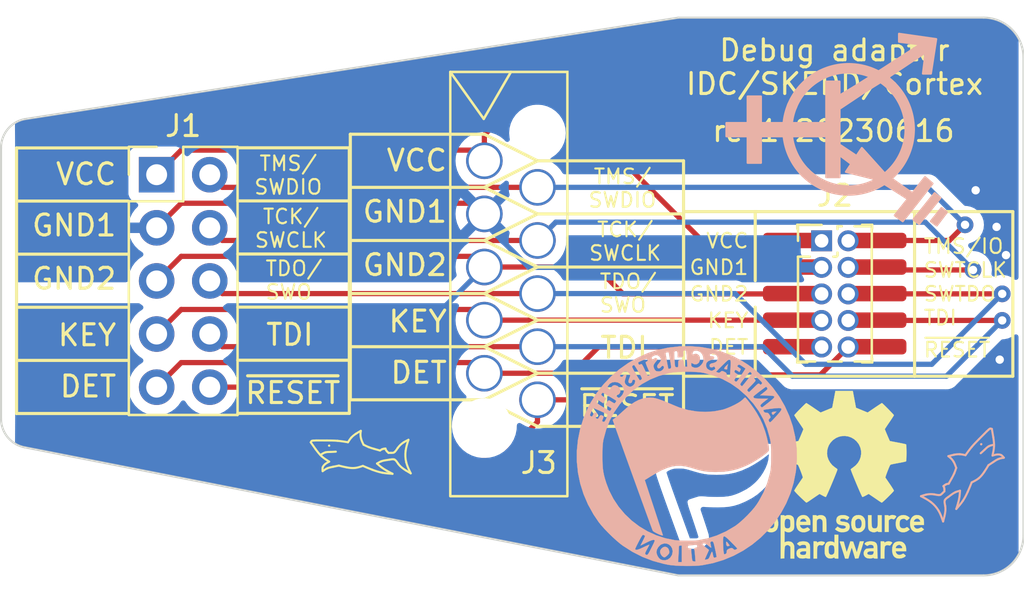
<source format=kicad_pcb>
(kicad_pcb (version 20221018) (generator pcbnew)

  (general
    (thickness 1.6)
  )

  (paper "A4")
  (layers
    (0 "F.Cu" signal)
    (31 "B.Cu" signal)
    (32 "B.Adhes" user "B.Adhesive")
    (33 "F.Adhes" user "F.Adhesive")
    (34 "B.Paste" user)
    (35 "F.Paste" user)
    (36 "B.SilkS" user "B.Silkscreen")
    (37 "F.SilkS" user "F.Silkscreen")
    (38 "B.Mask" user)
    (39 "F.Mask" user)
    (40 "Dwgs.User" user "User.Drawings")
    (41 "Cmts.User" user "User.Comments")
    (42 "Eco1.User" user "User.Eco1")
    (43 "Eco2.User" user "User.Eco2")
    (44 "Edge.Cuts" user)
    (45 "Margin" user)
    (46 "B.CrtYd" user "B.Courtyard")
    (47 "F.CrtYd" user "F.Courtyard")
    (48 "B.Fab" user)
    (49 "F.Fab" user)
    (50 "User.1" user)
    (51 "User.2" user)
    (52 "User.3" user)
    (53 "User.4" user)
    (54 "User.5" user)
    (55 "User.6" user)
    (56 "User.7" user)
    (57 "User.8" user)
    (58 "User.9" user)
  )

  (setup
    (stackup
      (layer "F.SilkS" (type "Top Silk Screen"))
      (layer "F.Paste" (type "Top Solder Paste"))
      (layer "F.Mask" (type "Top Solder Mask") (thickness 0.01))
      (layer "F.Cu" (type "copper") (thickness 0.035))
      (layer "dielectric 1" (type "core") (thickness 1.51) (material "FR4") (epsilon_r 4.5) (loss_tangent 0.02))
      (layer "B.Cu" (type "copper") (thickness 0.035))
      (layer "B.Mask" (type "Bottom Solder Mask") (thickness 0.01))
      (layer "B.Paste" (type "Bottom Solder Paste"))
      (layer "B.SilkS" (type "Bottom Silk Screen"))
      (copper_finish "None")
      (dielectric_constraints no)
    )
    (pad_to_mask_clearance 0)
    (pcbplotparams
      (layerselection 0x00010fc_ffffffff)
      (plot_on_all_layers_selection 0x0000000_00000000)
      (disableapertmacros false)
      (usegerberextensions false)
      (usegerberattributes true)
      (usegerberadvancedattributes true)
      (creategerberjobfile true)
      (dashed_line_dash_ratio 12.000000)
      (dashed_line_gap_ratio 3.000000)
      (svgprecision 4)
      (plotframeref false)
      (viasonmask false)
      (mode 1)
      (useauxorigin false)
      (hpglpennumber 1)
      (hpglpenspeed 20)
      (hpglpendiameter 15.000000)
      (dxfpolygonmode true)
      (dxfimperialunits true)
      (dxfusepcbnewfont true)
      (psnegative false)
      (psa4output false)
      (plotreference true)
      (plotvalue true)
      (plotinvisibletext false)
      (sketchpadsonfab false)
      (subtractmaskfromsilk false)
      (outputformat 1)
      (mirror false)
      (drillshape 1)
      (scaleselection 1)
      (outputdirectory "")
    )
  )

  (net 0 "")
  (net 1 "VCC")
  (net 2 "TMS{slash}SWDIO")
  (net 3 "GND1")
  (net 4 "TCK{slash}SWCLK")
  (net 5 "GND2")
  (net 6 "TDO{slash}SWO")
  (net 7 "KEY")
  (net 8 "TDI")
  (net 9 "DET")
  (net 10 "~{RESET}")

  (footprint "lethalbit-connectors:FTSH-105-01-L-DV-K-TR" (layer "F.Cu") (at 156.708 106.541232 -90))

  (footprint "graphics:shork" (layer "F.Cu") (at 134.1 114.3))

  (footprint "Connector_PinHeader_2.54mm:PinHeader_2x05_P2.54mm_Vertical" (layer "F.Cu") (at 124.2815 100.855))

  (footprint "Connector_PinHeader_1.27mm:PinHeader_2x05_P1.27mm_Vertical" (layer "F.Cu") (at 156.083 104.016232))

  (footprint "Symbol:OSHW-Logo_7.5x8mm_SilkScreen" (layer "F.Cu") (at 157.15 115.2))

  (footprint "chip-bo:Wurth_WR-RST_REDFIT_IDC_SKEDD-10_02x05_490107671012_DEBUG" (layer "F.Cu") (at 141.224 105.84 -90))

  (footprint "graphics:trans" (layer "B.Cu") (at 156.8127 98.5349 90))

  (footprint "lethalbit-graphics:Antifaschistische Aktion_100dpi" (layer "B.Cu") (at 149.65 114.3 180))

  (footprint "graphics:shork" (layer "B.Cu") (at 162.95 115.2 -135))

  (gr_line (start 165.227 110.493232) (end 165.227 102.619232)
    (stroke (width 0.15) (type default)) (layer "F.SilkS") (tstamp 0a9cf09a-e211-488b-8b50-90451cd8ab0e))
  (gr_line (start 133.5435 98.92) (end 133.5435 111.62)
    (stroke (width 0.15) (type default)) (layer "F.SilkS") (tstamp 0fa37670-b6fa-4e0f-babe-845bde809109))
  (gr_line (start 139.954 104) (end 142.494 102.73)
    (stroke (width 0.15) (type default)) (layer "F.SilkS") (tstamp 12ea5265-d9e9-4825-aad4-ba77729480c8))
  (gr_line (start 133.4955 99.568) (end 128.1615 99.568)
    (stroke (width 0.15) (type default)) (layer "F.SilkS") (tstamp 1b1e3d45-7c31-4fc9-ba96-49bf166d42d0))
  (gr_line (start 133.4955 104.648) (end 128.1615 104.648)
    (stroke (width 0.15) (type default)) (layer "F.SilkS") (tstamp 1d6f20de-ed76-40be-8f76-f32d326dd242))
  (gr_line (start 139.954 101.46) (end 142.494 102.73)
    (stroke (width 0.15) (type default)) (layer "F.SilkS") (tstamp 224fee9f-ec96-49cb-8e3c-14149286d85b))
  (gr_line (start 160.528 102.619232) (end 165.227 102.619232)
    (stroke (width 0.15) (type default)) (layer "F.SilkS") (tstamp 24267688-719e-4bc1-9652-0cb0facd4dc6))
  (gr_line (start 133.4955 109.728) (end 128.1615 109.728)
    (stroke (width 0.15) (type default)) (layer "F.SilkS") (tstamp 2f1779db-7efb-47f1-b10a-609405774db2))
  (gr_line (start 128.1615 112.268) (end 133.4955 112.268)
    (stroke (width 0.15) (type default)) (layer "F.SilkS") (tstamp 3154f841-cbd2-468e-b57e-bf2d2cb2d792))
  (gr_line (start 139.954 111.62) (end 142.494 112.89)
    (stroke (width 0.15) (type default)) (layer "F.SilkS") (tstamp 32df22d5-fb46-4db9-ab8c-6c28e8a35377))
  (gr_line (start 133.5435 111.62) (end 139.954 111.62)
    (stroke (width 0.15) (type default)) (layer "F.SilkS") (tstamp 3658d867-b878-4a88-ae19-da804914c914))
  (gr_line (start 117.5815 112.275) (end 122.9155 112.275)
    (stroke (width 0.15) (type default)) (layer "F.SilkS") (tstamp 378f795c-bb20-4a22-93e6-8de919d862e4))
  (gr_line (start 122.9155 109.735) (end 117.5815 109.735)
    (stroke (width 0.15) (type default)) (layer "F.SilkS") (tstamp 3c3506be-3f36-4561-8ccb-22c481a94781))
  (gr_line (start 139.954 109.08) (end 142.494 110.35)
    (stroke (width 0.15) (type default)) (layer "F.SilkS") (tstamp 3f4dfabc-86e1-4907-bcc7-86a9cf92bffe))
  (gr_line (start 149.479 107.81) (end 142.494 107.81)
    (stroke (width 0.15) (type default)) (layer "F.SilkS") (tstamp 42c867c8-454c-41fb-a40a-1eeb7179673d))
  (gr_line (start 139.954 109.08) (end 133.5435 109.08)
    (stroke (width 0.15) (type default)) (layer "F.SilkS") (tstamp 487437fc-f246-4e56-97b1-d77ae8932f8d))
  (gr_line (start 139.954 101.46) (end 133.5435 101.46)
    (stroke (width 0.15) (type default)) (layer "F.SilkS") (tstamp 487a5b7e-6ab9-45af-ba4e-b5c3423872b2))
  (gr_line (start 149.479 102.619232) (end 152.908 102.619232)
    (stroke (width 0.15) (type default)) (layer "F.SilkS") (tstamp 4a125559-e4d7-4c1d-bf62-415f8df8e8f1))
  (gr_line (start 122.9155 107.195) (end 117.5815 107.195)
    (stroke (width 0.15) (type default)) (layer "F.SilkS") (tstamp 4f29b7e5-b76a-4793-b236-2f7a764c9697))
  (gr_line (start 122.9155 99.575) (end 117.5815 99.575)
    (stroke (width 0.15) (type default)) (layer "F.SilkS") (tstamp 6e024a5f-b165-4f9d-99bc-1ddc98407d31))
  (gr_line (start 149.479 110.493232) (end 149.479 102.619232)
    (stroke (width 0.15) (type default)) (layer "F.SilkS") (tstamp 6fcbe7a3-c2bc-4020-aec9-5b38eb2c852f))
  (gr_line (start 139.954 98.92) (end 133.5435 98.92)
    (stroke (width 0.15) (type default)) (layer "F.SilkS") (tstamp 7938ec68-8281-4cbd-b631-3e5aecf4dc94))
  (gr_line (start 117.5815 99.575) (end 117.5815 112.275)
    (stroke (width 0.15) (type default)) (layer "F.SilkS") (tstamp 7b4ffb99-1ffb-42bf-876c-521dbfec1d5d))
  (gr_line (start 142.494 100.19) (end 149.479 100.19)
    (stroke (width 0.15) (type default)) (layer "F.SilkS") (tstamp 7b8de92b-d35e-4c51-a92e-2f528d6a78bf))
  (gr_line (start 139.954 109.08) (end 142.494 107.81)
    (stroke (width 0.15) (type default)) (layer "F.SilkS") (tstamp 8f1eb763-9570-4c06-8169-c300a8a0237d))
  (gr_line (start 122.9155 104.655) (end 117.5815 104.655)
    (stroke (width 0.15) (type default)) (layer "F.SilkS") (tstamp 8ff144cb-43a8-4ad9-be63-1b7c2b572b24))
  (gr_line (start 133.4955 99.568) (end 133.4955 112.268)
    (stroke (width 0.15) (type default)) (layer "F.SilkS") (tstamp 9baac78a-7c1e-4536-aeca-5e3322f34599))
  (gr_line (start 139.954 106.54) (end 133.5435 106.54)
    (stroke (width 0.15) (type default)) (layer "F.SilkS") (tstamp a5445805-841b-4d22-ae70-f01ee01e2a9f))
  (gr_line (start 139.954 104) (end 133.5435 104)
    (stroke (width 0.15) (type default)) (layer "F.SilkS") (tstamp a689a9ef-d7fe-4642-b386-756455bfacab))
  (gr_line (start 139.954 101.46) (end 142.494 100.19)
    (stroke (width 0.15) (type default)) (layer "F.SilkS") (tstamp a82a0172-a2a3-4dea-80b4-a639bf982572))
  (gr_line (start 152.908 102.619232) (end 160.528 102.619232)
    (stroke (width 0.15) (type default)) (layer "F.SilkS") (tstamp abec24d7-2da2-461d-a50c-08fe46538f74))
  (gr_line (start 160.528 102.619232) (end 160.528 110.493232)
    (stroke (width 0.15) (type default)) (layer "F.SilkS") (tstamp b5e7bb2c-5f83-4751-a0d5-43716ab916e0))
  (gr_line (start 149.479 112.89) (end 142.494 112.89)
    (stroke (width 0.15) (type default)) (layer "F.SilkS") (tstamp b7438976-c86d-4806-a076-992a37df765b))
  (gr_line (start 149.479 102.73) (end 142.494 102.73)
    (stroke (width 0.15) (type default)) (layer "F.SilkS") (tstamp ca9b1e39-9731-46aa-8637-6d71afc091af))
  (gr_line (start 149.479 105.27) (end 142.494 105.27)
    (stroke (width 0.15) (type default)) (layer "F.SilkS") (tstamp d4928478-1817-4c43-b669-51ee8a496253))
  (gr_line (start 139.954 106.54) (end 142.494 107.81)
    (stroke (width 0.15) (type default)) (layer "F.SilkS") (tstamp da897ddf-19db-422e-85de-3e3463fbc48e))
  (gr_line (start 160.528 110.493232) (end 152.908 110.493232)
    (stroke (width 0.15) (type default)) (layer "F.SilkS") (tstamp e0d9ff44-914e-4b0b-b510-f39b36613a2a))
  (gr_line (start 165.227 110.493232) (end 160.528 110.493232)
    (stroke (width 0.15) (type default)) (layer "F.SilkS") (tstamp e38b8de1-422b-45a2-a3e2-0dc0b87a1eb8))
  (gr_line (start 152.908 102.619232) (end 152.908 105.921232)
    (stroke (width 0.15) (type default)) (layer "F.SilkS") (tstamp e5322e97-03d2-407e-a83f-3fa0b9b64dfb))
  (gr_line (start 133.4955 107.188) (end 128.1615 107.188)
    (stroke (width 0.15) (type default)) (layer "F.SilkS") (tstamp e65d3535-8a3f-48f7-b19a-fb5ec295f611))
  (gr_line (start 149.479 110.35) (end 142.494 110.35)
    (stroke (width 0.15) (type default)) (layer "F.SilkS") (tstamp e71d9e7e-81e4-4b92-9639-b9e91a43d4a0))
  (gr_line (start 133.4955 102.108) (end 128.1615 102.108)
    (stroke (width 0.15) (type default)) (layer "F.SilkS") (tstamp e7ff6768-559d-434e-8001-a767dbab3e9d))
  (gr_line (start 152.908 110.493232) (end 149.479 110.493232)
    (stroke (width 0.15) (type default)) (layer "F.SilkS") (tstamp f707dd78-2693-408f-a9ab-12444ae8ced8))
  (gr_line (start 139.954 111.62) (end 142.494 110.35)
    (stroke (width 0.15) (type default)) (layer "F.SilkS") (tstamp f7801322-d2e4-41a7-be12-2af28ae069dc))
  (gr_line (start 139.954 98.92) (end 142.494 100.19)
    (stroke (width 0.15) (type default)) (layer "F.SilkS") (tstamp f7df0469-5e1c-448d-a8d8-86c306a38ac5))
  (gr_line (start 139.954 106.54) (end 142.494 105.27)
    (stroke (width 0.15) (type default)) (layer "F.SilkS") (tstamp fbe79cc7-3634-4a66-b61c-05218e038c39))
  (gr_line (start 139.954 104) (end 142.494 105.27)
    (stroke (width 0.15) (type default)) (layer "F.SilkS") (tstamp fcff187a-24a8-45de-97cc-008734fa1510))
  (gr_line (start 149.479 100.19) (end 149.479 112.89)
    (stroke (width 0.15) (type default)) (layer "F.SilkS") (tstamp fd0e82d5-e933-4c98-bc0f-54276f50b567))
  (gr_line (start 122.9155 102.115) (end 117.5815 102.115)
    (stroke (width 0.15) (type default)) (layer "F.SilkS") (tstamp fee92a98-c5aa-4fe8-adf5-9446f82303b6))
  (gr_line (start 152.908 110.493232) (end 152.908 107.191232)
    (stroke (width 0.15) (type default)) (layer "F.SilkS") (tstamp ff93749a-ef29-4794-b1b6-54346198cef6))
  (gr_line (start 117.987097 98.193534) (end 149.225 93.345)
    (stroke (width 0.1) (type default)) (layer "Edge.Cuts") (tstamp 0247d5df-bede-4b48-84e9-7d9ada3ae287))
  (gr_arc (start 116.84 99.568) (mid 117.164451 98.672876) (end 117.987097 98.193534)
    (stroke (width 0.1) (type default)) (layer "Edge.Cuts") (tstamp 08d73dde-0bf6-4a14-8e07-1634da87e5a2))
  (gr_line (start 149.225 120.015) (end 117.987097 113.896466)
    (stroke (width 0.1) (type default)) (layer "Edge.Cuts") (tstamp 0d03aad4-bf4b-4e82-a9d8-bb6424c0da12))
  (gr_arc (start 117.987097 113.896466) (mid 117.164451 113.417124) (end 116.84 112.522)
    (stroke (width 0.1) (type default)) (layer "Edge.Cuts") (tstamp 2c6ad5d4-7b14-4278-ae56-291dbcf03395))
  (gr_line (start 116.84 99.568) (end 116.84 112.522)
    (stroke (width 0.1) (type default)) (layer "Edge.Cuts") (tstamp 4b5476a4-6f8c-46d5-80ce-bf54e19d82ff))
  (gr_line (start 163.83 120.015) (end 149.225 120.015)
    (stroke (width 0.1) (type default)) (layer "Edge.Cuts") (tstamp 52902085-674d-4412-9e6f-239d7e50ad02))
  (gr_line (start 165.735 95.25) (end 165.735 118.11)
    (stroke (width 0.1) (type default)) (layer "Edge.Cuts") (tstamp a92ae551-4de6-4047-8b6c-a851054324c5))
  (gr_arc (start 163.83 93.345) (mid 165.177038 93.902962) (end 165.735 95.25)
    (stroke (width 0.1) (type default)) (layer "Edge.Cuts") (tstamp c00bd731-f744-409b-8219-e83230599159))
  (gr_arc (start 165.735 118.11) (mid 165.177038 119.457038) (end 163.83 120.015)
    (stroke (width 0.1) (type default)) (layer "Edge.Cuts") (tstamp ca0ab418-c789-418f-9fec-856d6e49f168))
  (gr_line (start 149.225 93.345) (end 163.83 93.345)
    (stroke (width 0.1) (type default)) (layer "Edge.Cuts") (tstamp d65e577f-15ff-41ac-b84a-01a9a105909c))
  (gr_text "SWTCLK" (at 160.909 105.416464) (layer "F.SilkS") (tstamp 084e3575-1b56-4ef5-b914-704dd856fa1f)
    (effects (font (size 0.7 0.7) (thickness 0.1)) (justify left))
  )
  (gr_text "KEY" (at 151.604666 107.826232) (layer "F.SilkS") (tstamp 0cf915d5-5044-47f4-b528-0f03b2b21317)
    (effects (font (size 0.7 0.7) (thickness 0.1)))
  )
  (gr_text "GND1" (at 151.171333 105.286232) (layer "F.SilkS") (tstamp 0db311bd-be3b-4c14-9c16-1727587e239b)
    (effects (font (size 0.7 0.7) (thickness 0.1)))
  )
  (gr_text "TMS/IO" (at 160.909 104.276696) (layer "F.SilkS") (tstamp 1914d525-15f4-4c61-9b33-a9a7ed99955d)
    (effects (font (size 0.7 0.7) (thickness 0.1)) (justify left))
  )
  (gr_text "DET" (at 135.384833 110.91) (layer "F.SilkS") (tstamp 1c2a9f71-2be9-45db-9a6e-0af8a97aa7e9)
    (effects (font (size 1 1) (thickness 0.15)) (justify left bottom))
  )
  (gr_text "TDI" (at 160.909 107.696) (layer "F.SilkS") (tstamp 1f636002-6794-4267-834a-d13fefd02851)
    (effects (font (size 0.7 0.7) (thickness 0.1)) (justify left))
  )
  (gr_text "TDI" (at 145.415 109.715) (layer "F.SilkS") (tstamp 2755a3f4-02ad-43c2-b612-8e3eab7527f2)
    (effects (font (size 1 1) (thickness 0.15)) (justify left bottom))
  )
  (gr_text "GND1" (at 118.237143 103.865) (layer "F.SilkS") (tstamp 31fdbc6f-66e8-49e7-863d-4ab2ede2a21c)
    (effects (font (size 1 1) (thickness 0.15)) (justify left bottom))
  )
  (gr_text "KEY" (at 119.475238 109.115) (layer "F.SilkS") (tstamp 34581180-30c7-4419-ae51-a11f5d3e78ac)
    (effects (font (size 1 1) (thickness 0.15)) (justify left bottom))
  )
  (gr_text "TMS/\nSWDIO" (at 130.5745 101.854) (layer "F.SilkS") (tstamp 346a3a49-3f08-4029-86c0-a680bd5bba1c)
    (effects (font (size 0.7 0.7) (thickness 0.1)) (justify bottom))
  )
  (gr_text "VCC" (at 135.194357 100.76) (layer "F.SilkS") (tstamp 52007b62-3b64-488e-b955-32e647e2e9eb)
    (effects (font (size 1 1) (thickness 0.15)) (justify left bottom))
  )
  (gr_text "TDI" (at 129.4315 109.093) (layer "F.SilkS") (tstamp 5dc34180-eb37-4284-804a-0a77c195e0aa)
    (effects (font (size 1 1) (thickness 0.15)) (justify left bottom))
  )
  (gr_text "GND2" (at 118.237143 106.415) (layer "F.SilkS") (tstamp 644497b8-f497-45aa-a7b3-154dda15b60c)
    (effects (font (size 1 1) (thickness 0.15)) (justify left bottom))
  )
  (gr_text "TMS/\nSWDIO" (at 146.558 102.476) (layer "F.SilkS") (tstamp 67b562af-a22f-459c-a931-4732b1f3421f)
    (effects (font (size 0.7 0.7) (thickness 0.1)) (justify bottom))
  )
  (gr_text "VCC" (at 151.571333 104.016232) (layer "F.SilkS") (tstamp 6b37aea8-8ed6-4144-bf40-d06ec01d4d09)
    (effects (font (size 0.7 0.7) (thickness 0.1)))
  )
  (gr_text "TCK/\nSWCLK" (at 146.685 105.016) (layer "F.SilkS") (tstamp 7b89b9fc-1492-4d8f-bde5-e35885062f79)
    (effects (font (size 0.7 0.7) (thickness 0.1)) (justify bottom))
  )
  (gr_text "rev1 20230616" (at 156.65 99.35) (layer "F.SilkS") (tstamp 819d5ef4-6854-492e-8eec-017ab061a159)
    (effects (font (size 1 1) (thickness 0.15)) (justify bottom))
  )
  (gr_text "DET" (at 119.570476 111.565) (layer "F.SilkS") (tstamp 894f0c80-9c73-4b59-8072-6aed15655eab)
    (effects (font (size 1 1) (thickness 0.15)) (justify left bottom))
  )
  (gr_text "TDO/\nSWO" (at 129.4315 106.875) (layer "F.SilkS") (tstamp 8ee08575-3953-4963-93ae-1e97ad43d8e5)
    (effects (font (size 0.7 0.7) (thickness 0.1)) (justify left bottom))
  )
  (gr_text "DET" (at 151.638 109.096232) (layer "F.SilkS") (tstamp 936bddf8-8dd6-4626-b96c-2c44f23278a3)
    (effects (font (size 0.7 0.7) (thickness 0.1)))
  )
  (gr_text "~{RESET}" (at 160.909 109.229696) (layer "F.SilkS") (tstamp 9b8745fc-2658-46dc-b292-2ac044f6e305)
    (effects (font (size 0.7 0.7) (thickness 0.1)) (justify left))
  )
  (gr_text "TDO/\nSWO" (at 145.415 107.497) (layer "F.SilkS") (tstamp ad2f6b20-a6e0-470a-a2db-650d512bdb00)
    (effects (font (size 0.7 0.7) (thickness 0.1)) (justify left bottom))
  )
  (gr_text "TCK/\nSWCLK" (at 130.7015 104.394) (layer "F.SilkS") (tstamp b5d63729-0248-4c57-b9d5-4a28ed8e8126)
    (effects (font (size 0.7 0.7) (thickness 0.1)) (justify bottom))
  )
  (gr_text "VCC" (at 119.38 101.415) (layer "F.SilkS") (tstamp c2b25baf-eb99-4f73-86a8-a1c71f4c76a2)
    (effects (font (size 1 1) (thickness 0.15)) (justify left bottom))
  )
  (gr_text "GND2" (at 151.171333 106.556232) (layer "F.SilkS") (tstamp cbdb5943-fccc-4c24-8b06-7b9667da22de)
    (effects (font (size 0.7 0.7) (thickness 0.1)))
  )
  (gr_text "Debug adapter\nIDC/SKEDD/Cortex" (at 156.7 97.1) (layer "F.SilkS") (tstamp cd19ba6f-e403-44eb-9a4a-e32b48b187d9)
    (effects (font (size 1 1) (thickness 0.15)) (justify bottom))
  )
  (gr_text "~{RESET}" (at 144.417 112.501) (layer "F.SilkS") (tstamp ceb803a8-91a4-4a64-8ced-abb84b067288)
    (effects (font (size 1 1) (thickness 0.15)) (justify left bottom))
  )
  (gr_text "SWTDO" (at 160.909 106.556232) (layer "F.SilkS") (tstamp d44b1efa-97fa-4370-a9bd-378305b82dbc)
    (effects (font (size 0.7 0.7) (thickness 0.1)) (justify left))
  )
  (gr_text "KEY" (at 135.289595 108.46) (layer "F.SilkS") (tstamp db947dec-f992-4b5d-9b75-8d71c7bf4454)
    (effects (font (size 1 1) (thickness 0.15)) (justify left bottom))
  )
  (gr_text "~{RESET}" (at 128.4335 111.879) (layer "F.SilkS") (tstamp e43d808d-9cd0-4392-b28a-ab4642658dd5)
    (effects (font (size 1 1) (thickness 0.15)) (justify left bottom))
  )
  (gr_text "GND2" (at 134.0515 105.76) (layer "F.SilkS") (tstamp f176a33e-ef22-4668-aced-dfeb43990ce8)
    (effects (font (size 1 1) (thickness 0.15)) (justify left bottom))
  )
  (gr_text "GND1" (at 134.0515 103.21) (layer "F.SilkS") (tstamp fed516bb-a195-43e1-b407-ffa701e980df)
    (effects (font (size 1 1) (thickness 0.15)) (justify left bottom))
  )

  (segment (start 139.954 100.19) (end 139.954 98.952564) (width 0.25) (layer "F.Cu") (net 1) (tstamp 02b1e681-e92c-4dce-8d5d-e8319032ca6a))
  (segment (start 125.4565 99.68) (end 139.444 99.68) (width 0.25) (layer "F.Cu") (net 1) (tstamp 0de0d041-9e75-4410-bf59-bbd95e5a5e9a))
  (segment (start 124.2815 100.855) (end 125.4565 99.68) (width 0.25) (layer "F.Cu") (net 1) (tstamp 16ea004c-0670-4908-85ad-8c1efce0acc6))
  (segment (start 139.954 98.952564) (end 141.624564 97.282) (width 0.25) (layer "F.Cu") (net 1) (tstamp 247a8929-9425-47cc-962b-318c8fc4fc14))
  (segment (start 141.624564 97.282) (end 143.637 97.282) (width 0.25) (layer "F.Cu") (net 1) (tstamp 30b1a80b-d9b3-4ea0-820a-eac9c1cdb936))
  (segment (start 139.444 99.68) (end 139.954 100.19) (width 0.25) (layer "F.Cu") (net 1) (tstamp 31c13ba3-62b5-4b10-9440-82ed3f42d462))
  (segment (start 150.371232 104.016232) (end 156.083 104.016232) (width 0.25) (layer "F.Cu") (net 1) (tstamp 31d9d66a-7d05-4550-b32f-f8c4828b59ef))
  (segment (start 143.637 97.282) (end 150.371232 104.016232) (width 0.25) (layer "F.Cu") (net 1) (tstamp 92aa2c11-39a5-481c-b29a-9b6905628d50))
  (segment (start 162.941 103.251) (end 162.190768 104.001232) (width 0.25) (layer "F.Cu") (net 2) (tstamp 2ae12da0-72c9-49d8-8325-4f43bce35023))
  (segment (start 162.190768 104.001232) (end 158.743 104.001232) (width 0.25) (layer "F.Cu") (net 2) (tstamp 44113e44-b5e5-4ef5-add3-08883becd9dd))
  (segment (start 127.4265 101.46) (end 142.494 101.46) (width 0.25) (layer "F.Cu") (net 2) (tstamp 77c74602-2504-447b-a135-521c4775c76e))
  (segment (start 157.353 104.016232) (end 158.728 104.016232) (width 0.25) (layer "F.Cu") (net 2) (tstamp a459c776-ebfe-4d0d-91f0-0e1c25db500a))
  (segment (start 158.728 104.016232) (end 158.743 104.001232) (width 0.25) (layer "F.Cu") (net 2) (tstamp cc733b71-18e9-465a-a6ba-28171be58c98))
  (segment (start 126.8215 100.855) (end 127.4265 101.46) (width 0.25) (layer "F.Cu") (net 2) (tstamp cf3389a1-13be-4736-88da-bfdd1bbf0830))
  (via (at 162.941 103.251) (size 0.8) (drill 0.4) (layers "F.Cu" "B.Cu") (net 2) (tstamp 2f5b2e95-6eca-4a3b-9a2a-7b69ca3e897d))
  (segment (start 160.274 101.46) (end 161.15 101.46) (width 0.25) (layer "B.Cu") (net 2) (tstamp 2461ec70-27ee-4749-84b9-bba027b09e50))
  (segment (start 161.15 101.46) (end 162.941 103.251) (width 0.25) (layer "B.Cu") (net 2) (tstamp 709981f4-741d-4f91-9cfe-e2c118b159f2))
  (segment (start 142.494 101.46) (end 160.274 101.46) (width 0.25) (layer "B.Cu") (net 2) (tstamp a1b438ff-83d1-41ee-ab22-f59e72da90d9))
  (segment (start 125.4565 102.22) (end 139.444 102.22) (width 0.25) (layer "F.Cu") (net 3) (tstamp 32486f7b-6fe6-4106-a287-59a5a3bff0c1))
  (segment (start 124.2815 103.395) (end 125.4565 102.22) (width 0.25) (layer "F.Cu") (net 3) (tstamp 380f5f3f-90ca-4bef-b0ec-dc9b9baa224f))
  (segment (start 156.083 105.286232) (end 154.688 105.286232) (width 0.25) (layer "F.Cu") (net 3) (tstamp 8924f9c5-49fa-4690-b628-ac4d1026a081))
  (segment (start 139.444 102.22) (end 139.954 102.73) (width 0.25) (layer "F.Cu") (net 3) (tstamp a4160488-a439-403f-a11e-04f2d7565f2f))
  (segment (start 154.688 105.286232) (end 154.673 105.271232) (width 0.25) (layer "F.Cu") (net 3) (tstamp d0faa754-c756-42f5-a653-119ef78ed161))
  (via (at 164.9 104.7) (size 0.8) (drill 0.4) (layers "F.Cu" "B.Cu") (free) (net 3) (tstamp 52accda8-ce2d-4894-8424-4bc3b735a3db))
  (via (at 164.45 103.35) (size 0.8) (drill 0.4) (layers "F.Cu" "B.Cu") (free) (net 3) (tstamp 893d4852-131e-455f-810c-c575f997cb55))
  (via (at 163.45 101.6) (size 0.8) (drill 0.4) (layers "F.Cu" "B.Cu") (free) (net 3) (tstamp cb056a59-7625-4157-b1f2-0138fa201727))
  (segment (start 139.954 102.73) (end 139.954 103.157057) (width 0.25) (layer "B.Cu") (net 3) (tstamp 06052369-f658-4088-81e6-557e01c47356))
  (segment (start 142.083175 105.286232) (end 156.083 105.286232) (width 0.25) (layer "B.Cu") (net 3) (tstamp 133f5ae8-a2d3-4f32-bc5a-b8469b6dc9ed))
  (segment (start 139.954 103.157057) (end 142.083175 105.286232) (width 0.25) (layer "B.Cu") (net 3) (tstamp 49cbdbe6-5476-4a55-9d24-ec6357437d42))
  (segment (start 157.353 105.286232) (end 158.728 105.286232) (width 0.25) (layer "F.Cu") (net 4) (tstamp 29c2de6c-4877-4a25-bd02-248fe1359265))
  (segment (start 126.8215 103.395) (end 127.4265 104) (width 0.25) (layer "F.Cu") (net 4) (tstamp 7593e907-df94-467b-9635-ad65a4a96132))
  (segment (start 158.728 105.286232) (end 158.743 105.271232) (width 0.25) (layer "F.Cu") (net 4) (tstamp 96afa1d4-4adf-4961-bfe0-c32270bf776c))
  (segment (start 158.881768 105.41) (end 158.743 105.271232) (width 0.25) (layer "F.Cu") (net 4) (tstamp a2bec44a-5320-4931-b591-3a1906340db4))
  (segment (start 163.322 105.41) (end 158.881768 105.41) (width 0.25) (layer "F.Cu") (net 4) (tstamp ee8e6e22-1847-4829-bb24-80cd59464cc3))
  (segment (start 127.4265 104) (end 142.494 104) (width 0.25) (layer "F.Cu") (net 4) (tstamp fed41e1d-68a4-45ed-aa4b-2fc005eef731))
  (via (at 163.322 105.41) (size 0.8) (drill 0.4) (layers "F.Cu" "B.Cu") (net 4) (tstamp 69165f6d-f35f-47d5-86dd-789ec452ef82))
  (segment (start 142.494 104) (end 143.368999 103.125001) (width 0.25) (layer "B.Cu") (net 4) (tstamp 0427a747-3b32-4158-afc4-b5484e24a104))
  (segment (start 143.368999 103.125001) (end 161.037001 103.125001) (width 0.25) (layer "B.Cu") (net 4) (tstamp 1dbc569a-03f5-4550-94f3-c41f67c7865f))
  (segment (start 161.037001 103.125001) (end 163.322 105.41) (width 0.25) (layer "B.Cu") (net 4) (tstamp 8448d94d-8d68-4ac9-8081-76a41361c1d4))
  (segment (start 156.083 106.556232) (end 146.586232 106.556232) (width 0.25) (layer "F.Cu") (net 5) (tstamp 34708e8a-83e4-4f3a-94db-1b195e8390b8))
  (segment (start 124.2815 105.935) (end 125.4565 104.76) (width 0.25) (layer "F.Cu") (net 5) (tstamp 38515fde-55fa-4b8a-8d2e-c4d939cd0c60))
  (segment (start 139.444 104.76) (end 139.954 105.27) (width 0.25) (layer "F.Cu") (net 5) (tstamp 427e3e24-2d25-48f3-a55e-c55ffac4fa49))
  (segment (start 145.3 105.27) (end 139.954 105.27) (width 0.25) (layer "F.Cu") (net 5) (tstamp 45982714-af14-4f48-b5e8-93dd45c125a6))
  (segment (start 125.4565 104.76) (end 139.444 104.76) (width 0.25) (layer "F.Cu") (net 5) (tstamp 67031aae-c990-40ae-b8d0-f9d49bbce35d))
  (segment (start 146.586232 106.556232) (end 145.3 105.27) (width 0.25) (layer "F.Cu") (net 5) (tstamp f695d47a-5bec-48dc-b787-db33bbc66042))
  (via (at 164.6 109.7) (size 0.8) (drill 0.4) (layers "F.Cu" "B.Cu") (free) (net 5) (tstamp 9f25140d-e434-424b-8d58-64d48e737ac1))
  (segment (start 131.774 113.45) (end 123.8 113.45) (width 0.25) (layer "B.Cu") (net 5) (tstamp 43172afd-acb9-4744-a0cc-e33043a4e94c))
  (segment (start 120.4 110.05) (end 120.4 108.3) (width 0.25) (layer "B.Cu") (net 5) (tstamp 7170cc7f-8a20-46fe-a3bc-d5566ac63320))
  (segment (start 123.8 113.45) (end 120.4 110.05) (width 0.25) (layer "B.Cu") (net 5) (tstamp 8061a07b-d03a-4137-a356-df3a411812e9))
  (segment (start 139.954 105.27) (end 131.774 113.45) (width 0.25) (layer "B.Cu") (net 5) (tstamp d6e4d8a4-8ab3-4680-8f57-3ef1cdd8982d))
  (segment (start 164.719 106.553) (end 158.754768 106.553) (width 0.25) (layer "F.Cu") (net 6) (tstamp 2d0f766f-1a52-4d1e-abb0-8fe5bd6812c6))
  (segment (start 127.4265 106.54) (end 142.494 106.54) (width 0.25) (layer "F.Cu") (net 6) (tstamp 4552f00f-e6f0-4675-9403-eb1aec028bad))
  (segment (start 126.8215 105.935) (end 127.4265 106.54) (width 0.25) (layer "F.Cu") (net 6) (tstamp 4f0e14de-b2aa-4000-b2a4-2343183853d2))
  (segment (start 158.728 106.556232) (end 158.743 106.541232) (width 0.25) (layer "F.Cu") (net 6) (tstamp b5907f2f-b3b6-44c2-98ef-7bde7e1b0167))
  (segment (start 157.353 106.556232) (end 158.728 106.556232) (width 0.25) (layer "F.Cu") (net 6) (tstamp ce9102b6-a5ac-4eb1-985c-f7815cf160c5))
  (segment (start 158.754768 106.553) (end 158.743 106.541232) (width 0.25) (layer "F.Cu") (net 6) (tstamp cf157d87-28c1-42ff-bd7a-cb1718b2543d))
  (via (at 164.719 106.553) (size 0.8) (drill 0.4) (layers "F.Cu" "B.Cu") (net 6) (tstamp 7568da28-e64c-4ee1-9fb5-90aceb6df7aa))
  (segment (start 155.321 109.921232) (end 161.350768 109.921232) (width 0.25) (layer "B.Cu") (net 6) (tstamp 181e225b-9f05-4c2d-a6c2-2975cb2a4501))
  (segment (start 151.939768 106.54) (end 155.321 109.921232) (width 0.25) (layer "B.Cu") (net 6) (tstamp 1f3b3561-523d-401b-8ab2-88290b31090b))
  (segment (start 142.494 106.54) (end 151.939768 106.54) (width 0.25) (layer "B.Cu") (net 6) (tstamp 5edb3db0-27e4-4003-8393-334eaf08afe9))
  (segment (start 161.350768 109.921232) (end 164.719 106.553) (width 0.25) (layer "B.Cu") (net 6) (tstamp 8a3aa1ea-3a1b-4619-873a-03f13e283507))
  (segment (start 139.444 107.3) (end 139.954 107.81) (width 0.25) (layer "F.Cu") (net 7) (tstamp 0f7cb829-e646-4ccf-9580-4f5bfb45335b))
  (segment (start 156.066768 107.81) (end 156.083 107.826232) (width 0.25) (layer "F.Cu") (net 7) (tstamp 280f7dc3-a34b-432a-a528-c0793a447040))
  (segment (start 125.4565 107.3) (end 139.444 107.3) (width 0.25) (layer "F.Cu") (net 7) (tstamp 4ac4c04d-329e-4e5a-b824-b6bbf5e3d514))
  (segment (start 124.2815 108.475) (end 125.4565 107.3) (width 0.25) (layer "F.Cu") (net 7) (tstamp 78bdce7a-2df7-46ee-b32a-537a674d0597))
  (segment (start 139.954 107.81) (end 156.066768 107.81) (width 0.25) (layer "F.Cu") (net 7) (tstamp b5f99dbe-3268-4f02-99fe-5412e689217e))
  (segment (start 127.4265 109.08) (end 142.494 109.08) (width 0.25) (layer "F.Cu") (net 8) (tstamp 03b1f8e8-b096-4453-9621-11e78441acd5))
  (segment (start 157.353 107.826232) (end 158.728 107.826232) (width 0.25) (layer "F.Cu") (net 8) (tstamp 13612030-d862-4a92-99d2-cfe7eb62e187))
  (segment (start 164.719 107.823) (end 158.754768 107.823) (width 0.25) (layer "F.Cu") (net 8) (tstamp 206a4395-a826-4c64-9d0b-3f968a4536c4))
  (segment (start 158.728 107.826232) (end 158.743 107.811232) (width 0.25) (layer "F.Cu") (net 8) (tstamp 45d87939-700f-4afc-b14d-1fe1c538bee0))
  (segment (start 126.8215 108.475) (end 127.4265 109.08) (width 0.25) (layer "F.Cu") (net 8) (tstamp 777aeee8-61e1-4c72-afdf-ad7f4c7a3e4f))
  (segment (start 158.754768 107.823) (end 158.743 107.811232) (width 0.25) (layer "F.Cu") (net 8) (tstamp 8fe790e3-be7a-4d18-b5d9-5aa9e5859c4b))
  (via (at 164.719 107.823) (size 0.8) (drill 0.4) (layers "F.Cu" "B.Cu") (net 8) (tstamp 99246f2b-75e5-4233-8b5c-ceef94ef8939))
  (segment (start 153.276 109.08) (end 154.686 110.49) (width 0.25) (layer "B.Cu") (net 8) (tstamp 1f626502-8d83-4546-8ebd-7b92d55e699a))
  (segment (start 142.494 109.08) (end 153.276 109.08) (width 0.25) (layer "B.Cu") (net 8) (tstamp 75622bca-2207-4804-8e8a-6aa4b1376904))
  (segment (start 154.686 110.49) (end 162.052 110.49) (width 0.25) (layer "B.Cu") (net 8) (tstamp d76ef36e-fb5a-479d-8736-cd7edd15a3fc))
  (segment (start 162.052 110.49) (end 164.719 107.823) (width 0.25) (layer "B.Cu") (net 8) (tstamp da7d564b-2060-4e65-99d1-ed00b5d5c35d))
  (segment (start 125.4565 109.84) (end 139.444 109.84) (width 0.25) (layer "F.Cu") (net 9) (tstamp 2db9a08d-6563-4943-bcbf-c02e3f38d950))
  (segment (start 145.411768 109.096232) (end 144.158 110.35) (width 0.25) (layer "F.Cu") (net 9) (tstamp 2f16deed-d61c-40b8-9dbd-9df25a4516bc))
  (segment (start 144.158 110.35) (end 139.954 110.35) (width 0.25) (layer "F.Cu") (net 9) (tstamp 3249dc17-655a-4bfe-a80c-1dbc5628657c))
  (segment (start 139.444 109.84) (end 139.954 110.35) (width 0.25) (layer "F.Cu") (net 9) (tstamp 911f86c9-cb19-4437-9af8-85b98a0d223f))
  (segment (start 156.083 109.096232) (end 145.411768 109.096232) (width 0.25) (layer "F.Cu") (net 9) (tstamp 91a87e42-224e-4b4d-b8f4-3a5b69fd8f27))
  (segment (start 124.2815 111.015) (end 125.4565 109.84) (width 0.25) (layer "F.Cu") (net 9) (tstamp c810d9d9-c1b3-45d4-99a3-eec20ed346c0))
  (segment (start 134.666 111.015) (end 138.176 114.525) (width 0.25) (layer "F.Cu") (net 10) (tstamp 03c287eb-000d-4df3-a4b2-3a2f39e6d410))
  (segment (start 140.647808 114.525) (end 142.494 112.678808) (width 0.25) (layer "F.Cu") (net 10) (tstamp 092343cd-108c-40ed-81b6-f92152d2ce95))
  (segment (start 126.8215 111.015) (end 134.666 111.015) (width 0.25) (layer "F.Cu") (net 10) (tstamp 0dfe0631-2d6c-427f-8a9f-c5871fb66cf2))
  (segment (start 146.098884 110.428116) (end 144.907 111.62) (width 0.25) (layer "F.Cu") (net 10) (tstamp 118aebae-1eed-4161-9c0f-3b11b2db291f))
  (segment (start 142.494 112.678808) (end 142.494 111.62) (width 0.25) (layer "F.Cu") (net 10) (tstamp 1b5df322-4ea2-48bd-acb2-c17eef415a55))
  (segment (start 142.494 111.62) (end 144.907 111.62) (width 0.25) (layer "F.Cu") (net 10) (tstamp 2ba318a0-1722-488e-8ba8-6a6d6461ac95))
  (segment (start 158.728 109.096232) (end 158.743 109.081232) (width 0.25) (layer "F.Cu") (net 10) (tstamp 5dcce158-1f9b-40bd-9531-00580f0e9848))
  (segment (start 156.021116 110.428116) (end 146.098884 110.428116) (width 0.25) (layer "F.Cu") (net 10) (tstamp c47af169-ca58-4301-b7c9-00af1fb872cd))
  (segment (start 138.176 114.525) (end 140.647808 114.525) (width 0.25) (layer "F.Cu") (net 10) (tstamp c823f1f0-b627-40f1-bb92-360da7b43918))
  (segment (start 156.021116 110.428116) (end 157.353 109.096232) (width 0.25) (layer "F.Cu") (net 10) (tstamp c852546a-28f6-425f-b15e-98d2a945ecac))
  (segment (start 157.353 109.096232) (end 158.728 109.096232) (width 0.25) (layer "F.Cu") (net 10) (tstamp f129fd37-c749-470a-bb9a-fb4389b9df1c))

  (zone (net 5) (net_name "GND2") (layer "B.Cu") (tstamp a580a48b-5699-4736-828c-9c9b83b6c7fd) (hatch edge 0.5)
    (connect_pads (clearance 0.5))
    (min_thickness 0.25) (filled_areas_thickness no)
    (fill yes (thermal_gap 0.5) (thermal_bridge_width 0.5))
    (polygon
      (pts
        (xy 165.5 107)
        (xy 117.55 107)
        (xy 117.5 115.1)
        (xy 149 121)
        (xy 165.5 121)
      )
    )
    (filled_polygon
      (layer "B.Cu")
      (pts
        (xy 123.447014 107.005739)
        (xy 123.48085 107.022425)
        (xy 123.596094 107.103119)
        (xy 123.63496 107.147437)
        (xy 123.648971 107.204693)
        (xy 123.634961 107.26195)
        (xy 123.596095 107.306269)
        (xy 123.410095 107.436508)
        (xy 123.243005 107.603598)
        (xy 123.107465 107.79717)
        (xy 123.007597 108.011336)
        (xy 122.946436 108.239592)
        (xy 122.92584 108.474999)
        (xy 122.946436 108.710407)
        (xy 122.979279 108.832978)
        (xy 123.007597 108.938663)
        (xy 123.107465 109.15283)
        (xy 123.243005 109.346401)
        (xy 123.410099 109.513495)
        (xy 123.59566 109.643426)
        (xy 123.634524 109.687743)
        (xy 123.648535 109.745)
        (xy 123.634524 109.802257)
        (xy 123.595659 109.846575)
        (xy 123.410095 109.976508)
        (xy 123.243005 110.143598)
        (xy 123.107465 110.33717)
        (xy 123.007597 110.551336)
        (xy 122.946436 110.779592)
        (xy 122.92584 111.015)
        (xy 122.946436 111.250407)
        (xy 122.983882 111.390157)
        (xy 123.007597 111.478663)
        (xy 123.107465 111.69283)
        (xy 123.243005 111.886401)
        (xy 123.410099 112.053495)
        (xy 123.60367 112.189035)
        (xy 123.817837 112.288903)
        (xy 124.046092 112.350063)
        (xy 124.2815 112.370659)
        (xy 124.516908 112.350063)
        (xy 124.745163 112.288903)
        (xy 124.95933 112.189035)
        (xy 125.152901 112.053495)
        (xy 125.319995 111.886401)
        (xy 125.449926 111.700839)
        (xy 125.494243 111.661975)
        (xy 125.5515 111.647964)
        (xy 125.608757 111.661975)
        (xy 125.653073 111.700839)
        (xy 125.783005 111.886401)
        (xy 125.950099 112.053495)
        (xy 126.14367 112.189035)
        (xy 126.357837 112.288903)
        (xy 126.586092 112.350063)
        (xy 126.8215 112.370659)
        (xy 127.056908 112.350063)
        (xy 127.285163 112.288903)
        (xy 127.49933 112.189035)
        (xy 127.692901 112.053495)
        (xy 127.859995 111.886401)
        (xy 127.995535 111.69283)
        (xy 128.095403 111.478663)
        (xy 128.156563 111.250408)
        (xy 128.177159 111.015)
        (xy 128.172617 110.963091)
        (xy 128.156563 110.779592)
        (xy 128.120883 110.646431)
        (xy 128.095403 110.551337)
        (xy 127.995535 110.337171)
        (xy 127.859995 110.143599)
        (xy 127.692901 109.976505)
        (xy 127.507339 109.846573)
        (xy 127.468476 109.802257)
        (xy 127.454465 109.745)
        (xy 127.468476 109.687743)
        (xy 127.507339 109.643426)
        (xy 127.692901 109.513495)
        (xy 127.859995 109.346401)
        (xy 127.995535 109.15283)
        (xy 128.095403 108.938663)
        (xy 128.156563 108.710408)
        (xy 128.177159 108.475)
        (xy 128.175954 108.461232)
        (xy 128.156563 108.239592)
        (xy 128.120883 108.106431)
        (xy 128.095403 108.011337)
        (xy 127.995535 107.797171)
        (xy 127.859995 107.603599)
        (xy 127.692901 107.436505)
        (xy 127.507339 107.306573)
        (xy 127.468475 107.262257)
        (xy 127.454464 107.205)
        (xy 127.468475 107.147743)
        (xy 127.507339 107.103426)
        (xy 127.574818 107.056178)
        (xy 127.623023 107.022425)
        (xy 127.656859 107.005739)
        (xy 127.694146 107)
        (xy 138.617493 107)
        (xy 138.67651 107.014945)
        (xy 138.721302 107.056178)
        (xy 138.741069 107.11376)
        (xy 138.731049 107.17381)
        (xy 138.648571 107.361841)
        (xy 138.592609 107.582829)
        (xy 138.573785 107.81)
        (xy 138.592609 108.03717)
        (xy 138.592609 108.037172)
        (xy 138.59261 108.037176)
        (xy 138.64857 108.258155)
        (xy 138.648571 108.258158)
        (xy 138.740136 108.466906)
        (xy 138.740138 108.466909)
        (xy 138.864817 108.657745)
        (xy 139.019206 108.825456)
        (xy 139.104265 108.89166)
        (xy 139.164652 108.938662)
        (xy 139.199094 108.965469)
        (xy 139.209213 108.970945)
        (xy 139.209215 108.970946)
        (xy 139.256719 109.016527)
        (xy 139.274196 109.08)
        (xy 139.256719 109.143473)
        (xy 139.209215 109.189054)
        (xy 139.199091 109.194532)
        (xy 139.019209 109.334541)
        (xy 139.019206 109.334543)
        (xy 139.019206 109.334544)
        (xy 138.962762 109.395859)
        (xy 138.864818 109.502254)
        (xy 138.740136 109.693093)
        (xy 138.648571 109.901841)
        (xy 138.592609 110.122829)
        (xy 138.573785 110.35)
        (xy 138.592609 110.57717)
        (xy 138.592609 110.577172)
        (xy 138.59261 110.577176)
        (xy 138.597982 110.598388)
        (xy 138.648571 110.798158)
        (xy 138.740136 111.006906)
        (xy 138.740138 111.006909)
        (xy 138.864817 111.197745)
        (xy 138.913297 111.250408)
        (xy 139.019206 111.365456)
        (xy 139.050942 111.390157)
        (xy 139.087474 111.436281)
        (xy 139.098632 111.494052)
        (xy 139.081904 111.550462)
        (xy 139.041056 111.592812)
        (xy 139.019515 111.606434)
        (xy 138.832141 111.772433)
        (xy 138.673809 111.966353)
        (xy 138.548643 112.183149)
        (xy 138.459871 112.41722)
        (xy 138.409797 112.662502)
        (xy 138.399717 112.912631)
        (xy 138.429893 113.161151)
        (xy 138.479196 113.331364)
        (xy 138.499541 113.401604)
        (xy 138.606859 113.627772)
        (xy 138.730232 113.806509)
        (xy 138.749068 113.833797)
        (xy 138.922483 114.01434)
        (xy 139.122616 114.164731)
        (xy 139.344276 114.281068)
        (xy 139.344279 114.281069)
        (xy 139.581734 114.360343)
        (xy 139.735917 114.3854)
        (xy 139.82883 114.4005)
        (xy 139.828831 114.4005)
        (xy 140.01648 114.4005)
        (xy 140.016481 114.4005)
        (xy 140.203527 114.3854)
        (xy 140.446591 114.32549)
        (xy 140.676897 114.227366)
        (xy 140.888481 114.093568)
        (xy 141.075862 113.927563)
        (xy 141.234188 113.73365)
        (xy 141.359357 113.51685)
        (xy 141.448128 113.28278)
        (xy 141.498202 113.0375)
        (xy 141.501407 112.95798)
        (xy 141.506054 112.84266)
        (xy 141.526796 112.778844)
        (xy 141.577748 112.735178)
        (xy 141.643987 112.72445)
        (xy 141.706113 112.749798)
        (xy 141.739094 112.775469)
        (xy 141.939574 112.883963)
        (xy 141.993474 112.902467)
        (xy 142.155174 112.95798)
        (xy 142.380023 112.9955)
        (xy 142.607977 112.9955)
        (xy 142.832825 112.95798)
        (xy 142.940624 112.920971)
        (xy 143.048426 112.883963)
        (xy 143.248906 112.775469)
        (xy 143.428794 112.635456)
        (xy 143.583183 112.467745)
        (xy 143.707862 112.276909)
        (xy 143.79943 112.068155)
        (xy 143.85539 111.847176)
        (xy 143.874214 111.62)
        (xy 143.85539 111.392824)
        (xy 143.79943 111.171845)
        (xy 143.730374 111.014414)
        (xy 143.707863 110.963093)
        (xy 143.707862 110.963091)
        (xy 143.583183 110.772255)
        (xy 143.428794 110.604544)
        (xy 143.343733 110.538338)
        (xy 143.248908 110.464532)
        (xy 143.238782 110.459052)
        (xy 143.191278 110.413469)
        (xy 143.173803 110.349994)
        (xy 143.191283 110.28652)
        (xy 143.238786 110.240945)
        (xy 143.248906 110.235469)
        (xy 143.428794 110.095456)
        (xy 143.583183 109.927745)
        (xy 143.691679 109.761678)
        (xy 143.73647 109.720445)
        (xy 143.795488 109.7055)
        (xy 152.965548 109.7055)
        (xy 153.013001 109.714939)
        (xy 153.053229 109.741819)
        (xy 154.185196 110.873787)
        (xy 154.198096 110.889888)
        (xy 154.249223 110.9379)
        (xy 154.252019 110.94061)
        (xy 154.271529 110.96012)
        (xy 154.274711 110.962588)
        (xy 154.283571 110.970155)
        (xy 154.315418 111.000062)
        (xy 154.33297 111.009711)
        (xy 154.349238 111.020397)
        (xy 154.365064 111.032673)
        (xy 154.405146 111.050017)
        (xy 154.415633 111.055155)
        (xy 154.453907 111.076197)
        (xy 154.46241 111.078379)
        (xy 154.473308 111.081178)
        (xy 154.491713 111.087478)
        (xy 154.510104 111.095437)
        (xy 154.55325 111.10227)
        (xy 154.564668 111.104635)
        (xy 154.606981 111.1155)
        (xy 154.627016 111.1155)
        (xy 154.646415 111.117027)
        (xy 154.666196 111.12016)
        (xy 154.709674 111.11605)
        (xy 154.721344 111.1155)
        (xy 161.969256 111.1155)
        (xy 161.989762 111.117764)
        (xy 161.992665 111.117672)
        (xy 161.992667 111.117673)
        (xy 162.059872 111.115561)
        (xy 162.063768 111.1155)
        (xy 162.091349 111.1155)
        (xy 162.09135 111.1155)
        (xy 162.095319 111.114998)
        (xy 162.106965 111.11408)
        (xy 162.150627 111.112709)
        (xy 162.169859 111.10712)
        (xy 162.188918 111.103174)
        (xy 162.196099 111.102267)
        (xy 162.208792 111.100664)
        (xy 162.249407 111.084582)
        (xy 162.260444 111.080803)
        (xy 162.30239 111.068618)
        (xy 162.319629 111.058422)
        (xy 162.337102 111.049862)
        (xy 162.355732 111.042486)
        (xy 162.391064 111.016814)
        (xy 162.40083 111.0104)
        (xy 162.438418 110.988171)
        (xy 162.438417 110.988171)
        (xy 162.43842 110.98817)
        (xy 162.452585 110.974004)
        (xy 162.467373 110.961373)
        (xy 162.483587 110.949594)
        (xy 162.511438 110.915926)
        (xy 162.519279 110.907309)
        (xy 164.66677 108.759819)
        (xy 164.706999 108.732939)
        (xy 164.754452 108.7235)
        (xy 164.813648 108.7235)
        (xy 164.937083 108.697262)
        (xy 164.998803 108.684144)
        (xy 165.17173 108.607151)
        (xy 165.26733 108.537694)
        (xy 165.303115 108.511695)
        (xy 165.366271 108.488395)
        (xy 165.432295 108.501528)
        (xy 165.481727 108.547223)
        (xy 165.5 108.612013)
        (xy 165.5 118.984816)
        (xy 165.484831 119.044245)
        (xy 165.458222 119.092974)
        (xy 165.452493 119.102436)
        (xy 165.386579 119.201083)
        (xy 165.382745 119.206502)
        (xy 165.307821 119.30659)
        (xy 165.301781 119.314039)
        (xy 165.223246 119.40359)
        (xy 165.217699 119.409512)
        (xy 165.129512 119.497699)
        (xy 165.12359 119.503246)
        (xy 165.034039 119.581781)
        (xy 165.02659 119.58782)
        (xy 164.926515 119.662735)
        (xy 164.921095 119.666571)
        (xy 164.822427 119.732498)
        (xy 164.812964 119.738227)
        (xy 164.702359 119.798622)
        (xy 164.697776 119.801002)
        (xy 164.592344 119.852996)
  
... [45106 chars truncated]
</source>
